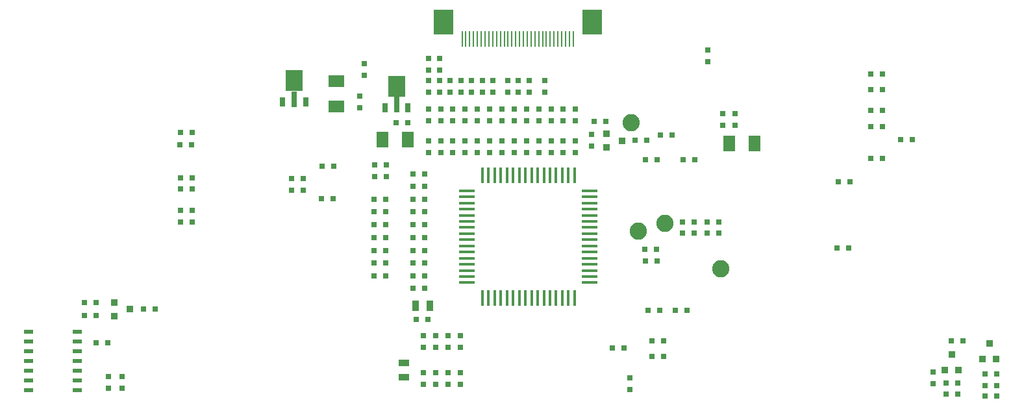
<source format=gtp>
G04 (created by PCBNEW-RS274X (2011-07-04 BZR 3037)-stable) date 8/07/2011 12:10:01 a.m.*
G01*
G70*
G90*
%MOIN*%
G04 Gerber Fmt 3.4, Leading zero omitted, Abs format*
%FSLAX34Y34*%
G04 APERTURE LIST*
%ADD10C,0.006000*%
%ADD11R,0.010000X0.080000*%
%ADD12R,0.100000X0.130000*%
%ADD13R,0.027600X0.047200*%
%ADD14R,0.027600X0.078700*%
%ADD15R,0.086600X0.110300*%
%ADD16R,0.035000X0.055000*%
%ADD17R,0.080000X0.060000*%
%ADD18R,0.060000X0.080000*%
%ADD19R,0.017700X0.078700*%
%ADD20R,0.078700X0.017700*%
%ADD21R,0.045000X0.020000*%
%ADD22R,0.055000X0.035000*%
%ADD23R,0.025000X0.031500*%
%ADD24R,0.031500X0.025000*%
%ADD25C,0.088600*%
%ADD26R,0.036000X0.036000*%
G04 APERTURE END LIST*
G54D10*
G54D11*
X43878Y-14547D03*
X44078Y-14547D03*
X44273Y-14547D03*
X44468Y-14547D03*
X44668Y-14547D03*
X44863Y-14547D03*
X45058Y-14547D03*
X45258Y-14547D03*
X45453Y-14547D03*
X45648Y-14547D03*
X43681Y-14547D03*
X45848Y-14547D03*
X46043Y-14547D03*
X43484Y-14547D03*
X47618Y-14547D03*
X46238Y-14547D03*
X46438Y-14547D03*
X46633Y-14547D03*
X46828Y-14547D03*
X47028Y-14547D03*
X47223Y-14547D03*
X47418Y-14547D03*
X43287Y-14547D03*
X43091Y-14547D03*
X42894Y-14547D03*
X42697Y-14547D03*
X42500Y-14547D03*
X42303Y-14547D03*
X42106Y-14547D03*
X41909Y-14547D03*
G54D12*
X48588Y-13667D03*
X40958Y-13667D03*
G54D13*
X37952Y-18071D03*
G54D14*
X38543Y-17914D03*
G54D13*
X39134Y-18071D03*
G54D15*
X38543Y-16969D03*
G54D16*
X40257Y-28228D03*
X39507Y-28228D03*
G54D13*
X32696Y-17776D03*
G54D14*
X33287Y-17619D03*
G54D13*
X33878Y-17776D03*
G54D15*
X33287Y-16674D03*
G54D17*
X35473Y-16711D03*
X35473Y-18011D03*
G54D18*
X37834Y-19685D03*
X39134Y-19685D03*
G54D19*
X45159Y-27831D03*
X44844Y-27831D03*
X44529Y-27831D03*
X44214Y-27831D03*
X43899Y-27831D03*
X43584Y-27831D03*
X43269Y-27831D03*
X42954Y-27831D03*
X47682Y-27831D03*
X47682Y-21535D03*
X42954Y-21535D03*
X45477Y-27831D03*
X45792Y-27831D03*
X46107Y-27831D03*
X46422Y-27831D03*
X46737Y-27831D03*
X47052Y-27831D03*
X47367Y-27831D03*
X47367Y-21535D03*
X47052Y-21535D03*
X46737Y-21535D03*
X46422Y-21535D03*
X46107Y-21535D03*
X45792Y-21535D03*
X45477Y-21535D03*
X45159Y-21535D03*
X44844Y-21535D03*
X44529Y-21535D03*
X44214Y-21535D03*
X43899Y-21535D03*
X43584Y-21535D03*
X43269Y-21535D03*
G54D20*
X42166Y-27047D03*
X42166Y-26733D03*
X42166Y-26417D03*
X42166Y-26103D03*
X42166Y-25787D03*
X42166Y-25473D03*
X42166Y-24527D03*
X42166Y-23897D03*
X42166Y-23583D03*
X42166Y-25157D03*
X42166Y-24843D03*
X42166Y-24213D03*
X42166Y-23267D03*
X42166Y-22953D03*
X42166Y-22637D03*
X42166Y-22323D03*
X48466Y-27047D03*
X48466Y-26733D03*
X48466Y-26417D03*
X48466Y-26103D03*
X48466Y-25787D03*
X48466Y-25473D03*
X48466Y-25157D03*
X48466Y-24843D03*
X48466Y-24527D03*
X48466Y-24213D03*
X48466Y-23897D03*
X48466Y-23583D03*
X48466Y-23267D03*
X48466Y-22953D03*
X48466Y-22637D03*
X48466Y-22323D03*
G54D21*
X22167Y-32574D03*
X22167Y-32074D03*
X22167Y-31574D03*
X22167Y-31074D03*
X22167Y-30574D03*
X22167Y-30074D03*
X22167Y-29574D03*
X19667Y-29574D03*
X19667Y-30074D03*
X19667Y-31074D03*
X19667Y-31574D03*
X19667Y-32074D03*
X19667Y-32574D03*
X19667Y-30574D03*
G54D22*
X38917Y-31910D03*
X38917Y-31160D03*
G54D23*
X37977Y-26683D03*
X37377Y-26683D03*
X37977Y-26033D03*
X37377Y-26033D03*
X37977Y-24065D03*
X37377Y-24065D03*
X37977Y-22756D03*
X37377Y-22756D03*
X38539Y-18819D03*
X39139Y-18819D03*
X37977Y-25384D03*
X37377Y-25384D03*
X37977Y-24724D03*
X37377Y-24724D03*
X37977Y-23406D03*
X37377Y-23406D03*
X38017Y-21614D03*
X37417Y-21614D03*
X53450Y-28465D03*
X52850Y-28465D03*
X51472Y-28465D03*
X52072Y-28465D03*
G54D24*
X36654Y-17455D03*
X36654Y-18055D03*
G54D23*
X40143Y-28937D03*
X39543Y-28937D03*
G54D24*
X24449Y-32466D03*
X24449Y-31866D03*
G54D23*
X52102Y-19449D03*
X52702Y-19449D03*
X39985Y-27323D03*
X39385Y-27323D03*
G54D24*
X36890Y-15801D03*
X36890Y-16401D03*
G54D23*
X33765Y-22283D03*
X33165Y-22283D03*
G54D24*
X39921Y-31669D03*
X39921Y-32269D03*
X40551Y-31669D03*
X40551Y-32269D03*
X50512Y-31944D03*
X50512Y-32544D03*
G54D23*
X33765Y-21693D03*
X33165Y-21693D03*
X53264Y-20748D03*
X53864Y-20748D03*
G54D24*
X41181Y-31669D03*
X41181Y-32269D03*
X41811Y-31669D03*
X41811Y-32269D03*
X46142Y-16669D03*
X46142Y-17269D03*
X44251Y-16669D03*
X44251Y-17269D03*
X42953Y-16669D03*
X42953Y-17269D03*
X41850Y-16669D03*
X41850Y-17269D03*
X43504Y-16669D03*
X43504Y-17269D03*
X42402Y-16669D03*
X42402Y-17269D03*
X41299Y-16669D03*
X41299Y-17269D03*
X45354Y-17269D03*
X45354Y-16669D03*
X44803Y-16669D03*
X44803Y-17269D03*
G54D23*
X37417Y-20984D03*
X38017Y-20984D03*
X39385Y-21457D03*
X39985Y-21457D03*
X39975Y-26683D03*
X39375Y-26683D03*
X39985Y-25384D03*
X39385Y-25384D03*
X39985Y-24065D03*
X39385Y-24065D03*
X39985Y-22756D03*
X39385Y-22756D03*
G54D24*
X41181Y-29779D03*
X41181Y-30379D03*
G54D23*
X39985Y-26033D03*
X39385Y-26033D03*
X39986Y-24724D03*
X39386Y-24724D03*
X39985Y-23406D03*
X39385Y-23406D03*
X39985Y-22106D03*
X39385Y-22106D03*
X51304Y-25335D03*
X51904Y-25335D03*
X54493Y-23947D03*
X55093Y-23947D03*
G54D24*
X39921Y-29764D03*
X39921Y-30379D03*
X40551Y-29779D03*
X40551Y-30379D03*
X41811Y-29779D03*
X41811Y-30379D03*
G54D23*
X51314Y-25935D03*
X51914Y-25935D03*
X54493Y-24508D03*
X55093Y-24508D03*
X52249Y-30826D03*
X51649Y-30826D03*
X49621Y-30413D03*
X50221Y-30413D03*
X23726Y-30118D03*
X23126Y-30118D03*
G54D24*
X23740Y-32466D03*
X23740Y-31866D03*
G54D23*
X50803Y-19724D03*
X51403Y-19724D03*
G54D24*
X48543Y-20024D03*
X48543Y-19424D03*
G54D23*
X49276Y-18780D03*
X48676Y-18780D03*
G54D24*
X40748Y-15527D03*
X40748Y-16127D03*
X40748Y-17269D03*
X40748Y-16669D03*
X40197Y-17269D03*
X40197Y-16669D03*
X40197Y-15526D03*
X40197Y-16126D03*
X40177Y-19779D03*
X40177Y-20379D03*
X41437Y-19779D03*
X41437Y-20379D03*
X42697Y-19779D03*
X42697Y-20379D03*
X43957Y-19779D03*
X43957Y-20379D03*
X40177Y-18125D03*
X40177Y-18725D03*
X41437Y-18125D03*
X41437Y-18725D03*
X42697Y-18125D03*
X42697Y-18725D03*
X43957Y-18125D03*
X43957Y-18725D03*
X40807Y-19779D03*
X40807Y-20379D03*
X42067Y-19779D03*
X42067Y-20379D03*
X43327Y-19779D03*
X43327Y-20379D03*
X44587Y-19779D03*
X44587Y-20379D03*
X40807Y-18125D03*
X40807Y-18725D03*
X42067Y-18125D03*
X42067Y-18725D03*
X43327Y-18125D03*
X43327Y-18725D03*
X44587Y-18125D03*
X44587Y-18725D03*
X47106Y-19779D03*
X47106Y-20379D03*
X45846Y-19779D03*
X45846Y-20379D03*
X47736Y-19779D03*
X47736Y-20379D03*
X46476Y-19779D03*
X46476Y-20379D03*
X45217Y-19779D03*
X45217Y-20379D03*
X47736Y-18125D03*
X47736Y-18725D03*
X46476Y-18125D03*
X46476Y-18725D03*
X45217Y-18125D03*
X45217Y-18725D03*
X47106Y-18125D03*
X47106Y-18725D03*
X45846Y-18125D03*
X45846Y-18725D03*
G54D23*
X51916Y-20748D03*
X51316Y-20748D03*
G54D18*
X56933Y-19913D03*
X55633Y-19913D03*
G54D23*
X34739Y-21063D03*
X35339Y-21063D03*
X34700Y-22717D03*
X35300Y-22717D03*
X67623Y-30039D03*
X67023Y-30039D03*
X28056Y-23327D03*
X27456Y-23327D03*
X61157Y-25276D03*
X61757Y-25276D03*
X68745Y-31742D03*
X69345Y-31742D03*
G54D24*
X66101Y-31629D03*
X66101Y-32229D03*
G54D23*
X66747Y-32756D03*
X67347Y-32756D03*
X62889Y-19016D03*
X63489Y-19016D03*
X28036Y-19961D03*
X27436Y-19961D03*
X62889Y-16339D03*
X63489Y-16339D03*
X28056Y-23917D03*
X27456Y-23917D03*
X68755Y-32323D03*
X69355Y-32323D03*
X61235Y-21850D03*
X61835Y-21850D03*
X28056Y-21653D03*
X27456Y-21653D03*
X62889Y-17126D03*
X63489Y-17126D03*
X28052Y-19346D03*
X27452Y-19346D03*
X62889Y-18189D03*
X63489Y-18189D03*
X62889Y-20669D03*
X63489Y-20669D03*
X64424Y-19685D03*
X65024Y-19685D03*
X28056Y-22244D03*
X27456Y-22244D03*
X67346Y-32205D03*
X66746Y-32205D03*
G54D25*
X50591Y-18819D03*
X55197Y-26339D03*
G54D23*
X68755Y-32874D03*
X69355Y-32874D03*
X53224Y-23947D03*
X53824Y-23947D03*
X53224Y-24508D03*
X53824Y-24508D03*
G54D25*
X50955Y-24390D03*
X52333Y-23986D03*
G54D26*
X69336Y-30971D03*
X68636Y-30971D03*
X68986Y-30171D03*
X67396Y-31542D03*
X66696Y-31542D03*
X67046Y-30742D03*
X49324Y-20114D03*
X49324Y-19414D03*
X50124Y-19764D03*
G54D23*
X22511Y-28055D03*
X23111Y-28055D03*
X26158Y-28390D03*
X25558Y-28390D03*
X22511Y-28736D03*
X23111Y-28736D03*
G54D26*
X24049Y-28756D03*
X24049Y-28056D03*
X24849Y-28406D03*
G54D24*
X55303Y-18354D03*
X55303Y-18954D03*
X55933Y-18354D03*
X55933Y-18954D03*
X54520Y-15709D03*
X54520Y-15109D03*
G54D23*
X52249Y-30039D03*
X51649Y-30039D03*
M02*

</source>
